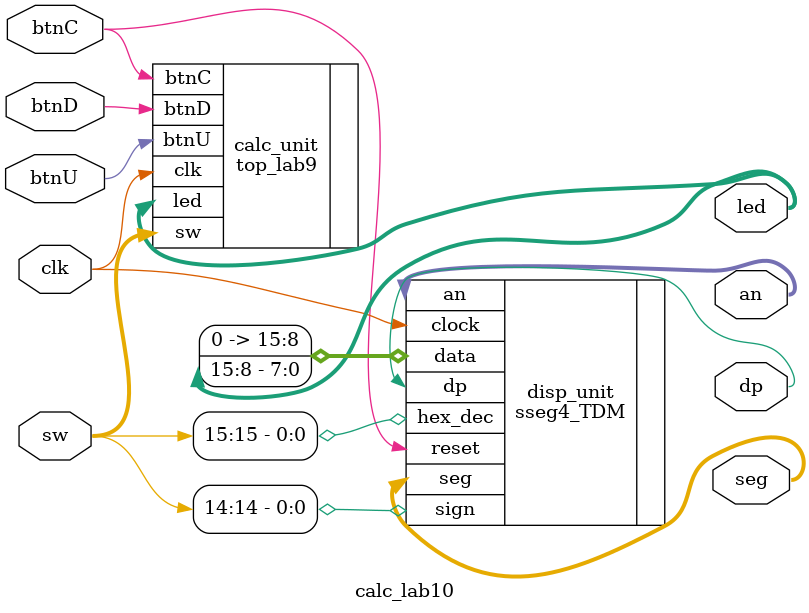
<source format=sv>
`timescale 1ns / 1ps
module calc_lab10(input btnU, btnD,
    input [15:0] sw,
    input clk, btnC,
    output [15:0] led,
    output dp ,
    output [3:0] an,
    output [6:0] seg);


    top_lab9 calc_unit(.btnU(btnU), .btnD(btnD),.sw(sw),.clk(clk), .btnC(btnC),.led(led));
    
    sseg4_TDM disp_unit(.data({8'b00000000, led[15:8]}),.hex_dec(sw[15]), .sign(sw[14]),
     .reset(btnC), .clock(clk),.seg(seg),.dp(dp),.an(an));
endmodule

</source>
